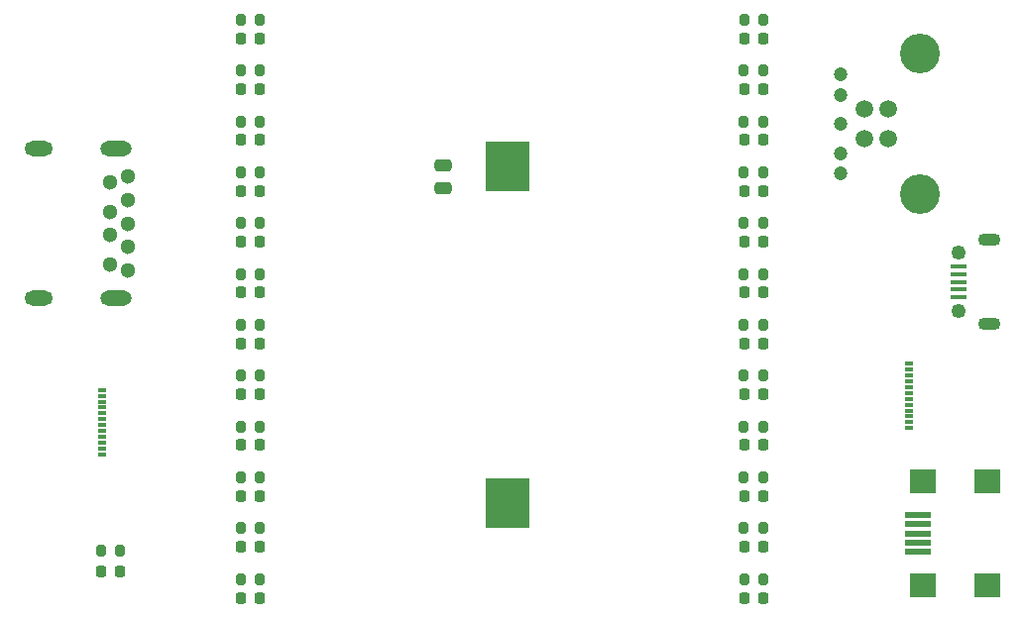
<source format=gbr>
%TF.GenerationSoftware,KiCad,Pcbnew,8.0.4*%
%TF.CreationDate,2024-12-07T18:54:13+01:00*%
%TF.ProjectId,usb_c_cable_tester,7573625f-635f-4636-9162-6c655f746573,2.2*%
%TF.SameCoordinates,Original*%
%TF.FileFunction,Paste,Top*%
%TF.FilePolarity,Positive*%
%FSLAX46Y46*%
G04 Gerber Fmt 4.6, Leading zero omitted, Abs format (unit mm)*
G04 Created by KiCad (PCBNEW 8.0.4) date 2024-12-07 18:54:13*
%MOMM*%
%LPD*%
G01*
G04 APERTURE LIST*
G04 Aperture macros list*
%AMRoundRect*
0 Rectangle with rounded corners*
0 $1 Rounding radius*
0 $2 $3 $4 $5 $6 $7 $8 $9 X,Y pos of 4 corners*
0 Add a 4 corners polygon primitive as box body*
4,1,4,$2,$3,$4,$5,$6,$7,$8,$9,$2,$3,0*
0 Add four circle primitives for the rounded corners*
1,1,$1+$1,$2,$3*
1,1,$1+$1,$4,$5*
1,1,$1+$1,$6,$7*
1,1,$1+$1,$8,$9*
0 Add four rect primitives between the rounded corners*
20,1,$1+$1,$2,$3,$4,$5,0*
20,1,$1+$1,$4,$5,$6,$7,0*
20,1,$1+$1,$6,$7,$8,$9,0*
20,1,$1+$1,$8,$9,$2,$3,0*%
G04 Aperture macros list end*
%ADD10R,1.350000X0.400000*%
%ADD11O,1.900000X1.100000*%
%ADD12C,1.250000*%
%ADD13RoundRect,0.218750X-0.218750X-0.256250X0.218750X-0.256250X0.218750X0.256250X-0.218750X0.256250X0*%
%ADD14RoundRect,0.200000X-0.200000X-0.275000X0.200000X-0.275000X0.200000X0.275000X-0.200000X0.275000X0*%
%ADD15R,2.200000X0.500000*%
%ADD16R,2.200000X2.000000*%
%ADD17R,0.700000X0.300000*%
%ADD18RoundRect,0.250000X-0.475000X0.250000X-0.475000X-0.250000X0.475000X-0.250000X0.475000X0.250000X0*%
%ADD19C,1.500000*%
%ADD20C,1.200000*%
%ADD21C,3.400000*%
%ADD22R,3.800000X4.200000*%
%ADD23C,1.300000*%
%ADD24O,2.700000X1.300000*%
%ADD25O,2.400000X1.300000*%
G04 APERTURE END LIST*
D10*
%TO.C,J3*%
X138450000Y-98300000D03*
X138450000Y-97650000D03*
X138450000Y-97000000D03*
X138450000Y-96350000D03*
X138450000Y-95700000D03*
D11*
X141100000Y-100600000D03*
D12*
X138450000Y-99500000D03*
X138450000Y-94500000D03*
D11*
X141100000Y-93400000D03*
%TD*%
D13*
%TO.C,D21*%
X65250000Y-121750000D03*
X66825000Y-121750000D03*
%TD*%
D14*
%TO.C,R4*%
X77175000Y-113709086D03*
X78825000Y-113709086D03*
%TD*%
D15*
%TO.C,J5*%
X135050000Y-120100000D03*
X135050000Y-119300000D03*
X135050000Y-118500000D03*
X135050000Y-117700000D03*
X135050000Y-116900000D03*
D16*
X135450000Y-122950000D03*
X140950000Y-122950000D03*
X135450000Y-114050000D03*
X140950000Y-114050000D03*
%TD*%
D14*
%TO.C,R25*%
X77175000Y-74600000D03*
X78825000Y-74600000D03*
%TD*%
D13*
%TO.C,D25*%
X77212500Y-76173913D03*
X78787500Y-76173913D03*
%TD*%
D14*
%TO.C,R7*%
X120135000Y-78945454D03*
X121785000Y-78945454D03*
%TD*%
%TO.C,R20*%
X120135000Y-87636362D03*
X121785000Y-87636362D03*
%TD*%
%TO.C,R16*%
X120135000Y-91981816D03*
X121785000Y-91981816D03*
%TD*%
D13*
%TO.C,D11*%
X77212500Y-102260869D03*
X78787500Y-102260869D03*
%TD*%
%TO.C,D8*%
X120212500Y-84869565D03*
X121787500Y-84869565D03*
%TD*%
D14*
%TO.C,R8*%
X120135000Y-83290908D03*
X121785000Y-83290908D03*
%TD*%
%TO.C,R17*%
X120135000Y-105018178D03*
X121785000Y-105018178D03*
%TD*%
%TO.C,R5*%
X120135000Y-118054540D03*
X121785000Y-118054540D03*
%TD*%
D17*
%TO.C,J2*%
X65310000Y-106240000D03*
X65310000Y-106740000D03*
X65310000Y-107240000D03*
X65310000Y-107740000D03*
X65310000Y-108240000D03*
X65310000Y-108740000D03*
X65310000Y-109240000D03*
X65310000Y-109740000D03*
X65310000Y-110240000D03*
X65310000Y-110740000D03*
X65310000Y-111240000D03*
X65310000Y-111740000D03*
%TD*%
D13*
%TO.C,D5*%
X120212500Y-119652173D03*
X121787500Y-119652173D03*
%TD*%
%TO.C,D9*%
X77212500Y-80521739D03*
X78787500Y-80521739D03*
%TD*%
D18*
%TO.C,C1*%
X94500000Y-87050000D03*
X94500000Y-88950000D03*
%TD*%
D13*
%TO.C,D12*%
X120212500Y-97913043D03*
X121787500Y-97913043D03*
%TD*%
%TO.C,D16*%
X120212500Y-93565217D03*
X121787500Y-93565217D03*
%TD*%
D14*
%TO.C,R24*%
X77175000Y-122400000D03*
X78825000Y-122400000D03*
%TD*%
D13*
%TO.C,D10*%
X77212500Y-84869565D03*
X78787500Y-84869565D03*
%TD*%
%TO.C,D4*%
X77212500Y-115304347D03*
X78787500Y-115304347D03*
%TD*%
D14*
%TO.C,R14*%
X120135000Y-100672724D03*
X121785000Y-100672724D03*
%TD*%
D13*
%TO.C,D14*%
X120212500Y-102260869D03*
X121787500Y-102260869D03*
%TD*%
D14*
%TO.C,R1*%
X77175000Y-109363632D03*
X78825000Y-109363632D03*
%TD*%
D17*
%TO.C,J1*%
X134250000Y-109500000D03*
X134250000Y-109000000D03*
X134250000Y-108500000D03*
X134250000Y-108000000D03*
X134250000Y-107500000D03*
X134250000Y-107000000D03*
X134250000Y-106500000D03*
X134250000Y-106000000D03*
X134250000Y-105500000D03*
X134250000Y-105000000D03*
X134250000Y-104500000D03*
X134250000Y-104000000D03*
%TD*%
D14*
%TO.C,R13*%
X77175000Y-96327270D03*
X78825000Y-96327270D03*
%TD*%
D13*
%TO.C,D2*%
X77212500Y-89217391D03*
X78787500Y-89217391D03*
%TD*%
%TO.C,D15*%
X77212500Y-106608695D03*
X78787500Y-106608695D03*
%TD*%
D19*
%TO.C,J4*%
X130435000Y-82250000D03*
X130435000Y-84750000D03*
X132445000Y-84750000D03*
X132445000Y-82250000D03*
D20*
X128445000Y-87750000D03*
X128445000Y-86000000D03*
X128445000Y-83500000D03*
X128445000Y-81000000D03*
X128445000Y-79250000D03*
D21*
X135145000Y-89520000D03*
X135145000Y-77480000D03*
%TD*%
D13*
%TO.C,D22*%
X120212500Y-76173913D03*
X121787500Y-76173913D03*
%TD*%
D22*
%TO.C,BT1*%
X100000000Y-87110000D03*
X100000000Y-115890000D03*
%TD*%
D14*
%TO.C,R18*%
X77175000Y-91981816D03*
X78825000Y-91981816D03*
%TD*%
%TO.C,R23*%
X120175000Y-122400000D03*
X121825000Y-122400000D03*
%TD*%
D13*
%TO.C,D6*%
X120212500Y-115304347D03*
X121787500Y-115304347D03*
%TD*%
D23*
%TO.C,J6*%
X66000000Y-88500000D03*
X66000000Y-91000000D03*
X66000000Y-93000000D03*
X66000000Y-95500000D03*
X67500000Y-96000000D03*
X67500000Y-94000000D03*
X67500000Y-92000000D03*
X67500000Y-90000000D03*
X67500000Y-88000000D03*
D24*
X66500000Y-85600000D03*
D25*
X59900000Y-85600000D03*
D24*
X66500000Y-98400000D03*
D25*
X59900000Y-98400000D03*
%TD*%
D13*
%TO.C,D20*%
X120212500Y-89217391D03*
X121787500Y-89217391D03*
%TD*%
D14*
%TO.C,R2*%
X77175000Y-87636362D03*
X78825000Y-87636362D03*
%TD*%
D13*
%TO.C,D17*%
X120212500Y-106608695D03*
X121787500Y-106608695D03*
%TD*%
D14*
%TO.C,R10*%
X77175000Y-83290908D03*
X78825000Y-83290908D03*
%TD*%
%TO.C,R3*%
X77175000Y-118054540D03*
X78825000Y-118054540D03*
%TD*%
D13*
%TO.C,D23*%
X120212500Y-124000000D03*
X121787500Y-124000000D03*
%TD*%
D14*
%TO.C,R19*%
X120135000Y-109363632D03*
X121785000Y-109363632D03*
%TD*%
%TO.C,R12*%
X120135000Y-96327270D03*
X121785000Y-96327270D03*
%TD*%
%TO.C,R9*%
X77175000Y-78945454D03*
X78825000Y-78945454D03*
%TD*%
D13*
%TO.C,D1*%
X77212500Y-110956521D03*
X78787500Y-110956521D03*
%TD*%
D14*
%TO.C,R22*%
X120175000Y-74600000D03*
X121825000Y-74600000D03*
%TD*%
D13*
%TO.C,D19*%
X120212500Y-110956521D03*
X121787500Y-110956521D03*
%TD*%
D14*
%TO.C,R15*%
X77175000Y-105018178D03*
X78825000Y-105018178D03*
%TD*%
D13*
%TO.C,D7*%
X120212500Y-80521739D03*
X121787500Y-80521739D03*
%TD*%
D14*
%TO.C,R21*%
X65212500Y-120000000D03*
X66862500Y-120000000D03*
%TD*%
D13*
%TO.C,D3*%
X77212500Y-119652173D03*
X78787500Y-119652173D03*
%TD*%
%TO.C,D24*%
X77212500Y-124000000D03*
X78787500Y-124000000D03*
%TD*%
%TO.C,D13*%
X77212500Y-97913043D03*
X78787500Y-97913043D03*
%TD*%
D14*
%TO.C,R6*%
X120135000Y-113709086D03*
X121785000Y-113709086D03*
%TD*%
%TO.C,R11*%
X77175000Y-100672724D03*
X78825000Y-100672724D03*
%TD*%
D13*
%TO.C,D18*%
X77212500Y-93565217D03*
X78787500Y-93565217D03*
%TD*%
M02*

</source>
